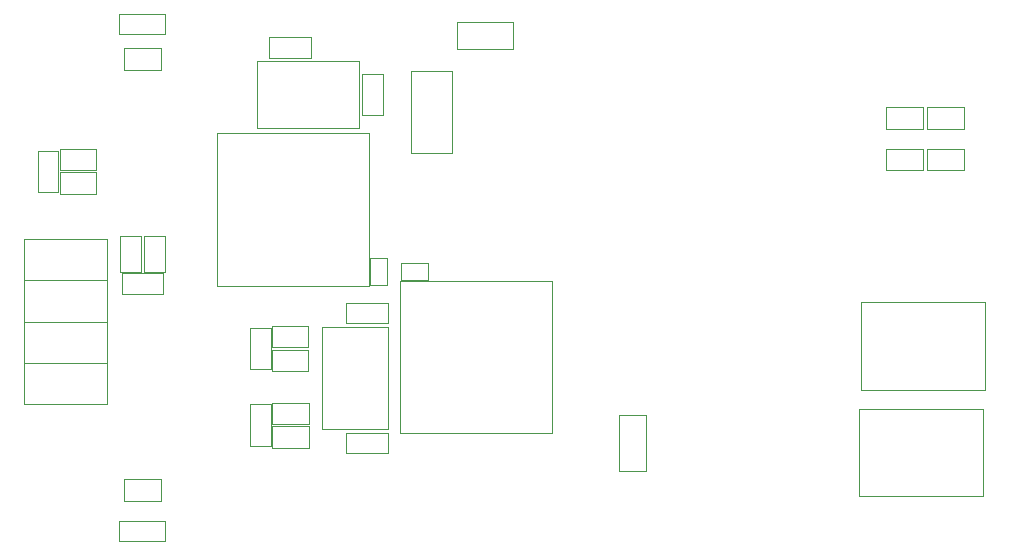
<source format=gbr>
%TF.GenerationSoftware,KiCad,Pcbnew,4.0.7-e2-6376~58~ubuntu16.04.1*%
%TF.CreationDate,2017-12-06T17:26:10+02:00*%
%TF.ProjectId,instrument_cluster,696E737472756D656E745F636C757374,rev?*%
%TF.FileFunction,Other,User*%
%FSLAX46Y46*%
G04 Gerber Fmt 4.6, Leading zero omitted, Abs format (unit mm)*
G04 Created by KiCad (PCBNEW 4.0.7-e2-6376~58~ubuntu16.04.1) date Wed Dec  6 17:26:10 2017*
%MOMM*%
%LPD*%
G01*
G04 APERTURE LIST*
%ADD10C,0.100000*%
%ADD11C,0.050000*%
G04 APERTURE END LIST*
D10*
D11*
X137250000Y-89380000D02*
X140750000Y-89380000D01*
X137250000Y-89380000D02*
X137250000Y-87630000D01*
X140750000Y-87630000D02*
X140750000Y-89380000D01*
X140750000Y-87630000D02*
X137250000Y-87630000D01*
X146880000Y-94250000D02*
X146880000Y-90750000D01*
X146880000Y-94250000D02*
X145130000Y-94250000D01*
X145130000Y-90750000D02*
X146880000Y-90750000D01*
X145130000Y-90750000D02*
X145130000Y-94250000D01*
X119380000Y-100750000D02*
X119380000Y-97250000D01*
X119380000Y-100750000D02*
X117630000Y-100750000D01*
X117630000Y-97250000D02*
X119380000Y-97250000D01*
X117630000Y-97250000D02*
X117630000Y-100750000D01*
X124750000Y-109380000D02*
X128250000Y-109380000D01*
X124750000Y-109380000D02*
X124750000Y-107630000D01*
X128250000Y-107630000D02*
X128250000Y-109380000D01*
X128250000Y-107630000D02*
X124750000Y-107630000D01*
X143750000Y-122880000D02*
X147250000Y-122880000D01*
X143750000Y-122880000D02*
X143750000Y-121130000D01*
X147250000Y-121130000D02*
X147250000Y-122880000D01*
X147250000Y-121130000D02*
X143750000Y-121130000D01*
X147250000Y-110120000D02*
X143750000Y-110120000D01*
X147250000Y-110120000D02*
X147250000Y-111870000D01*
X143750000Y-111870000D02*
X143750000Y-110120000D01*
X143750000Y-111870000D02*
X147250000Y-111870000D01*
X137380000Y-122250000D02*
X137380000Y-118750000D01*
X137380000Y-122250000D02*
X135630000Y-122250000D01*
X135630000Y-118750000D02*
X137380000Y-118750000D01*
X135630000Y-118750000D02*
X135630000Y-122250000D01*
X137380000Y-115750000D02*
X137380000Y-112250000D01*
X137380000Y-115750000D02*
X135630000Y-115750000D01*
X135630000Y-112250000D02*
X137380000Y-112250000D01*
X135630000Y-112250000D02*
X135630000Y-115750000D01*
X149250000Y-90500000D02*
X149250000Y-97500000D01*
X149250000Y-97500000D02*
X152750000Y-97500000D01*
X152750000Y-97500000D02*
X152750000Y-90500000D01*
X152750000Y-90500000D02*
X149250000Y-90500000D01*
X157850000Y-86350000D02*
X153150000Y-86350000D01*
X153150000Y-86350000D02*
X153150000Y-88650000D01*
X153150000Y-88650000D02*
X157850000Y-88650000D01*
X157850000Y-86350000D02*
X157850000Y-88650000D01*
X166850000Y-119650000D02*
X166850000Y-124350000D01*
X166850000Y-124350000D02*
X169150000Y-124350000D01*
X169150000Y-124350000D02*
X169150000Y-119650000D01*
X166850000Y-119650000D02*
X169150000Y-119650000D01*
X147150000Y-106350000D02*
X145800000Y-106350000D01*
X147200000Y-108650000D02*
X147200000Y-106400000D01*
X145850000Y-108650000D02*
X147200000Y-108650000D01*
X145800000Y-106350000D02*
X145800000Y-108600000D01*
X145800000Y-108650000D02*
X145850000Y-108650000D01*
X145800000Y-108600000D02*
X145800000Y-108650000D01*
X147200000Y-106350000D02*
X147200000Y-106400000D01*
X147150000Y-106350000D02*
X147200000Y-106350000D01*
X148350000Y-106850000D02*
X148350000Y-108200000D01*
X150650000Y-106800000D02*
X148400000Y-106800000D01*
X150650000Y-108150000D02*
X150650000Y-106800000D01*
X148350000Y-108200000D02*
X150600000Y-108200000D01*
X150650000Y-108200000D02*
X150650000Y-108150000D01*
X150600000Y-108200000D02*
X150650000Y-108200000D01*
X148350000Y-106800000D02*
X148400000Y-106800000D01*
X148350000Y-106850000D02*
X148350000Y-106800000D01*
X119500000Y-100900000D02*
X122600000Y-100900000D01*
X119500000Y-100900000D02*
X119500000Y-99100000D01*
X122600000Y-99100000D02*
X122600000Y-100900000D01*
X122600000Y-99100000D02*
X119500000Y-99100000D01*
X119500000Y-98900000D02*
X122600000Y-98900000D01*
X119500000Y-98900000D02*
X119500000Y-97100000D01*
X122600000Y-97100000D02*
X122600000Y-98900000D01*
X122600000Y-97100000D02*
X119500000Y-97100000D01*
X126600000Y-104450000D02*
X126600000Y-107550000D01*
X126600000Y-104450000D02*
X128400000Y-104450000D01*
X128400000Y-107550000D02*
X126600000Y-107550000D01*
X128400000Y-107550000D02*
X128400000Y-104450000D01*
X126400000Y-107550000D02*
X126400000Y-104450000D01*
X126400000Y-107550000D02*
X124600000Y-107550000D01*
X124600000Y-104450000D02*
X126400000Y-104450000D01*
X124600000Y-104450000D02*
X124600000Y-107550000D01*
X192950000Y-98900000D02*
X196050000Y-98900000D01*
X192950000Y-98900000D02*
X192950000Y-97100000D01*
X196050000Y-97100000D02*
X196050000Y-98900000D01*
X196050000Y-97100000D02*
X192950000Y-97100000D01*
X192950000Y-95400000D02*
X196050000Y-95400000D01*
X192950000Y-95400000D02*
X192950000Y-93600000D01*
X196050000Y-93600000D02*
X196050000Y-95400000D01*
X196050000Y-93600000D02*
X192950000Y-93600000D01*
X189450000Y-98900000D02*
X192550000Y-98900000D01*
X189450000Y-98900000D02*
X189450000Y-97100000D01*
X192550000Y-97100000D02*
X192550000Y-98900000D01*
X192550000Y-97100000D02*
X189450000Y-97100000D01*
X189450000Y-95400000D02*
X192550000Y-95400000D01*
X189450000Y-95400000D02*
X189450000Y-93600000D01*
X192550000Y-93600000D02*
X192550000Y-95400000D01*
X192550000Y-93600000D02*
X189450000Y-93600000D01*
X140600000Y-120600000D02*
X137500000Y-120600000D01*
X140600000Y-120600000D02*
X140600000Y-122400000D01*
X137500000Y-122400000D02*
X137500000Y-120600000D01*
X137500000Y-122400000D02*
X140600000Y-122400000D01*
X137500000Y-120400000D02*
X140600000Y-120400000D01*
X137500000Y-120400000D02*
X137500000Y-118600000D01*
X140600000Y-118600000D02*
X140600000Y-120400000D01*
X140600000Y-118600000D02*
X137500000Y-118600000D01*
X140550000Y-114100000D02*
X137450000Y-114100000D01*
X140550000Y-114100000D02*
X140550000Y-115900000D01*
X137450000Y-115900000D02*
X137450000Y-114100000D01*
X137450000Y-115900000D02*
X140550000Y-115900000D01*
X137450000Y-113900000D02*
X140550000Y-113900000D01*
X137450000Y-113900000D02*
X137450000Y-112100000D01*
X140550000Y-112100000D02*
X140550000Y-113900000D01*
X140550000Y-112100000D02*
X137450000Y-112100000D01*
X187155000Y-119100000D02*
X197655000Y-119100000D01*
X187155000Y-126500000D02*
X197655000Y-126500000D01*
X187155000Y-119100000D02*
X187155000Y-126500000D01*
X197655000Y-119100000D02*
X197655000Y-126500000D01*
X187305000Y-110100000D02*
X197805000Y-110100000D01*
X187305000Y-117500000D02*
X197805000Y-117500000D01*
X187305000Y-110100000D02*
X187305000Y-117500000D01*
X197805000Y-110100000D02*
X197805000Y-117500000D01*
X136200000Y-95300000D02*
X136200000Y-89700000D01*
X136200000Y-89700000D02*
X144800000Y-89700000D01*
X144800000Y-89700000D02*
X144800000Y-95300000D01*
X144800000Y-95300000D02*
X136200000Y-95300000D01*
X147300000Y-120800000D02*
X141700000Y-120800000D01*
X141700000Y-120800000D02*
X141700000Y-112200000D01*
X141700000Y-112200000D02*
X147300000Y-112200000D01*
X147300000Y-112200000D02*
X147300000Y-120800000D01*
X132800000Y-95800000D02*
X145700000Y-95800000D01*
X132800000Y-108700000D02*
X145700000Y-108700000D01*
X132800000Y-95800000D02*
X132800000Y-108700000D01*
X145700000Y-95800000D02*
X145700000Y-108700000D01*
X148300000Y-121200000D02*
X148300000Y-108300000D01*
X161200000Y-121200000D02*
X161200000Y-108300000D01*
X148300000Y-121200000D02*
X161200000Y-121200000D01*
X148300000Y-108300000D02*
X161200000Y-108300000D01*
X116500000Y-115250000D02*
X123500000Y-115250000D01*
X123500000Y-115250000D02*
X123500000Y-111750000D01*
X123500000Y-111750000D02*
X116500000Y-111750000D01*
X116500000Y-111750000D02*
X116500000Y-115250000D01*
X123500000Y-115250000D02*
X116500000Y-115250000D01*
X116500000Y-115250000D02*
X116500000Y-118750000D01*
X116500000Y-118750000D02*
X123500000Y-118750000D01*
X123500000Y-118750000D02*
X123500000Y-115250000D01*
X116500000Y-108250000D02*
X123500000Y-108250000D01*
X123500000Y-108250000D02*
X123500000Y-104750000D01*
X123500000Y-104750000D02*
X116500000Y-104750000D01*
X116500000Y-104750000D02*
X116500000Y-108250000D01*
X123500000Y-108250000D02*
X116500000Y-108250000D01*
X116500000Y-108250000D02*
X116500000Y-111750000D01*
X116500000Y-111750000D02*
X123500000Y-111750000D01*
X123500000Y-111750000D02*
X123500000Y-108250000D01*
X128450000Y-87350000D02*
X128450000Y-85650000D01*
X128450000Y-85650000D02*
X124550000Y-85650000D01*
X124550000Y-85650000D02*
X124550000Y-87350000D01*
X124550000Y-87350000D02*
X128450000Y-87350000D01*
X128450000Y-130350000D02*
X128450000Y-128650000D01*
X128450000Y-128650000D02*
X124550000Y-128650000D01*
X124550000Y-128650000D02*
X124550000Y-130350000D01*
X124550000Y-130350000D02*
X128450000Y-130350000D01*
X124950000Y-90400000D02*
X128050000Y-90400000D01*
X124950000Y-90400000D02*
X124950000Y-88600000D01*
X128050000Y-88600000D02*
X128050000Y-90400000D01*
X128050000Y-88600000D02*
X124950000Y-88600000D01*
X128050000Y-125100000D02*
X124950000Y-125100000D01*
X128050000Y-125100000D02*
X128050000Y-126900000D01*
X124950000Y-126900000D02*
X124950000Y-125100000D01*
X124950000Y-126900000D02*
X128050000Y-126900000D01*
M02*

</source>
